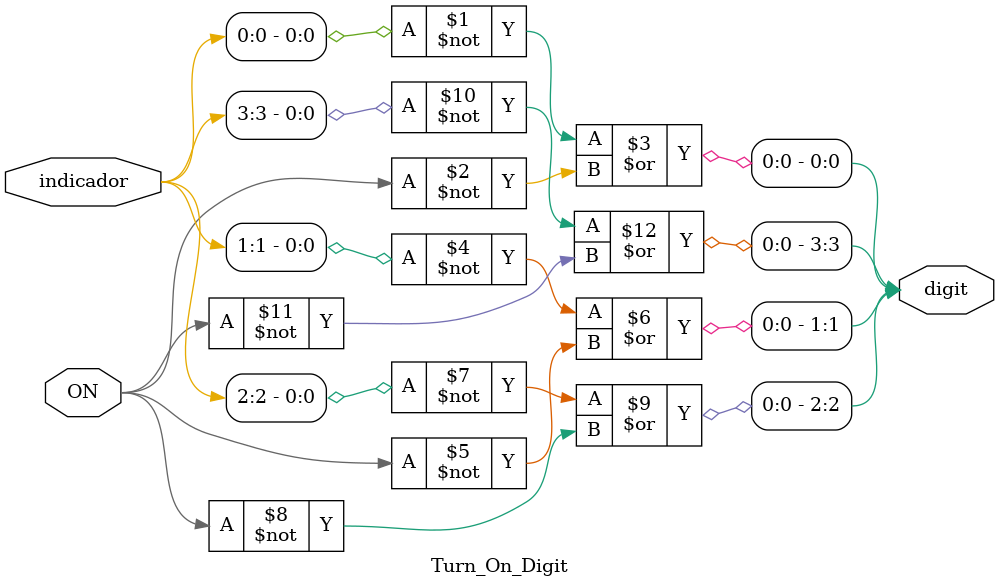
<source format=v>
/*
Módulo para decidir de quem é cada vez de ascender no display.
Inverte as saídas do escalonador, pois os digitos são acionados com 0.
Se ON for 0, todos os digitos ficam desligados (ALTO)
	
*/
module Turn_On_Digit(digit, indicador, ON);
	input [3:0] indicador;
	input ON;
	output [3:0] digit;
	
  	// Se ON for 0, todos digitos ficam em nivel ALTO (Apagados)
  	assign digit[0] = ~indicador[0] | ~ON;
  	assign digit[1] = ~indicador[1] | ~ON;
  	assign digit[2] = ~indicador[2] | ~ON;
  	assign digit[3] = ~indicador[3] | ~ON;
	
  
endmodule 
</source>
